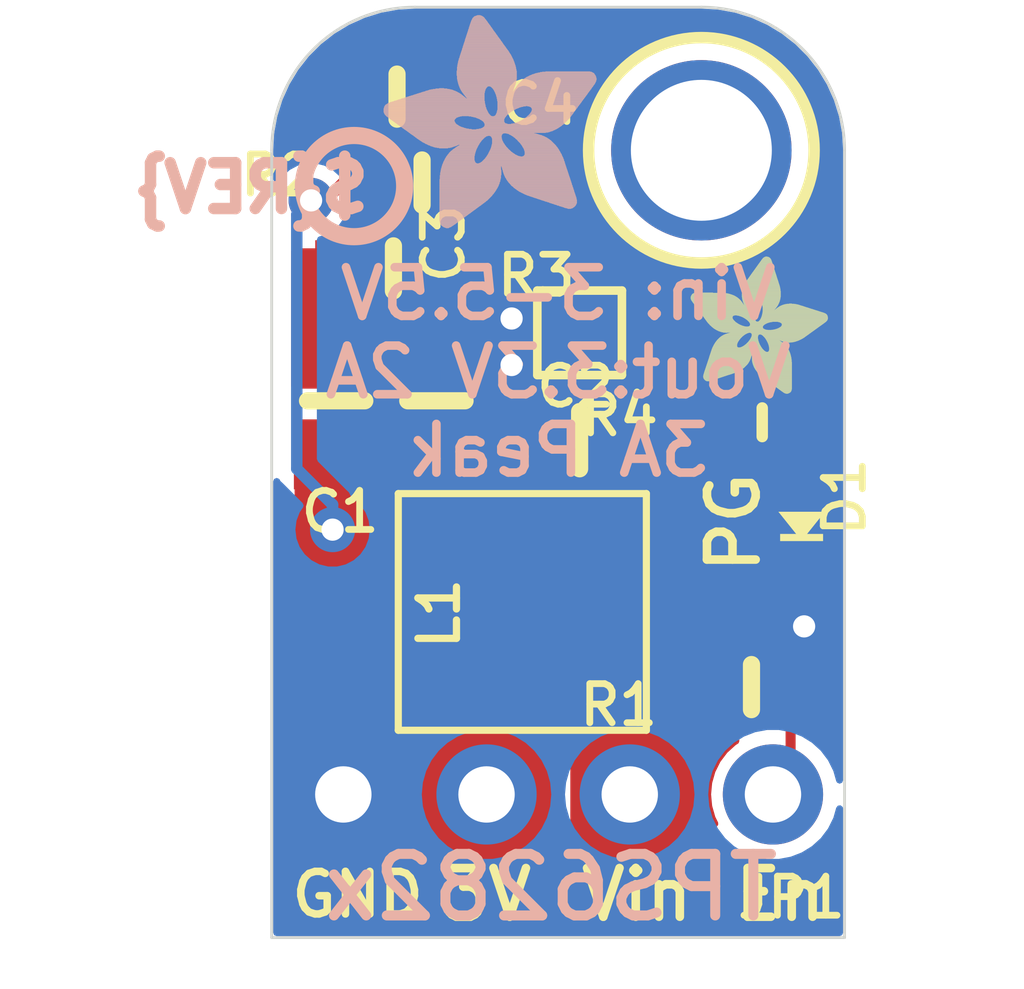
<source format=kicad_pcb>
(kicad_pcb (version 20221018) (generator pcbnew)
  (layers (0 "F.Cu" signal) (31 "B.Cu" signal) (34 "B.Paste" user) (35 "F.Paste" user) (36 "B.SilkS" user "B.Silkscreen") (37 "F.SilkS" user "F.Silkscreen") (38 "B.Mask" user) (39 "F.Mask" user) (44 "Edge.Cuts" user))
  (net 0 "")
  (net 1 "N$1")
  (net 2 "GND")
  (net 3 "3.3V")
  (net 4 "VIN")
  (net 5 "EN")
  (net 6 "FB")
  (net 7 "N$2")
  (footprint "working:0603-NO" (layer "F.Cu") (at 145.6436 98.3361)
    (fp_text reference "C4" (at 1.778 0.127) (layer "F.SilkS") (effects (font (size 0.692831 0.692831) (thickness 0.119969)) (justify left)))
    (fp_text value "120pF")
    (pad "1" smd rect (at -0.85 0) (size 1.075 1) (layers "F.Cu" "F.Paste" "F.Mask") (net 3 "3.3V"))
    (pad "2" smd rect (at 0.85 0) (size 1.075 1) (layers "F.Cu" "F.Paste" "F.Mask") (net 6 "FB"))
  )
  (footprint "working:0603-NO" (layer "F.Cu") (at 151.9301 108.8136)
    (fp_text reference "R1" (at -3.1115 0.3175) (layer "F.SilkS") (effects (font (size 0.692831 0.692831) (thickness 0.119969)) (justify left)))
    (fp_text value "100K")
    (pad "1" smd rect (at -0.85 0) (size 1.075 1) (layers "F.Cu" "F.Paste" "F.Mask") (net 4 "VIN"))
    (pad "2" smd rect (at 0.85 0) (size 1.075 1) (layers "F.Cu" "F.Paste" "F.Mask") (net 5 "EN"))
  )
  (footprint "working:0805-NO" (layer "F.Cu") (at 146.3421 103.7336 90)
    (fp_text reference "C3" (at 2.032 0.127 90) (layer "F.SilkS") (effects (font (size 0.692831 0.692831) (thickness 0.119969)) (justify left)))
    (fp_text value "22uF")
    (pad "1" smd rect (at -0.95 0 90) (size 1.24 1.5) (layers "F.Cu" "F.Paste" "F.Mask") (net 3 "3.3V"))
    (pad "2" smd rect (at 0.95 0 90) (size 1.24 1.5) (layers "F.Cu" "F.Paste" "F.Mask") (net 2 "GND"))
  )
  (footprint "working:0603-NO" (layer "F.Cu") (at 146.0881 99.8601 180)
    (fp_text reference "R2" (at 1.778 0.127) (layer "F.SilkS") (effects (font (size 0.692831 0.692831) (thickness 0.119969)) (justify right)))
    (fp_text value "450K")
    (pad "1" smd rect (at -0.85 0 180) (size 1.075 1) (layers "F.Cu" "F.Paste" "F.Mask") (net 6 "FB"))
    (pad "2" smd rect (at 0.85 0 180) (size 1.075 1) (layers "F.Cu" "F.Paste" "F.Mask") (net 3 "3.3V"))
  )
  (footprint "working:VSON_6" (layer "F.Cu") (at 148.8821 102.5271 -90)
    (fp_text reference "IC2" hide)
    (fp_text value "TPS6282X" hide)
    (pad "P$1" smd roundrect (at -0.65 -0.5 270) (size 0.6 0.25) (layers "F.Cu" "F.Paste" "F.Mask") (net 5 "EN"))
    (pad "P$2" smd roundrect (at -0.65 0 270) (size 0.6 0.25) (layers "F.Cu" "F.Paste" "F.Mask") (net 7 "N$2"))
    (pad "P$3" smd roundrect (at -0.65 0.5 270) (size 0.6 0.25) (layers "F.Cu" "F.Paste" "F.Mask") (net 6 "FB"))
    (pad "P$4" smd roundrect (at 0.45 0.5 90) (size 1 0.2) (layers "F.Cu" "F.Paste" "F.Mask") (net 2 "GND"))
    (pad "P$5" smd roundrect (at 0.45 0 90) (size 1 0.2) (layers "F.Cu" "F.Paste" "F.Mask") (net 1 "N$1"))
    (pad "P$6" smd roundrect (at 0.45 -0.5 90) (size 1 0.2) (layers "F.Cu" "F.Paste" "F.Mask") (net 4 "VIN"))
  )
  (footprint "working:CHIPLED_0603_NOOUTLINE" (layer "F.Cu") (at 152.8191 105.9561 180)
    (fp_text reference "D1" (at -0.762 1.27 90) (layer "F.SilkS") (effects (font (size 0.692831 0.692831) (thickness 0.119969)) (justify right)))
    (fp_text value "green")
    (pad "A" smd rect (at 0 0.75 180) (size 0.8 0.8) (layers "F.Cu" "F.Paste" "F.Mask") (net 7 "N$2"))
    (pad "C" smd rect (at 0 -0.75 180) (size 0.8 0.8) (layers "F.Cu" "F.Paste" "F.Mask") (net 2 "GND"))
  )
  (footprint "working:MOUNTINGHOLE_2.5_PLATED" (layer "F.Cu") (at 151.0411 99.2886)
    (fp_text reference "U$9" hide)
    (fp_text value "MOUNTINGHOLE2.5" hide)
    (pad "P$1" thru_hole circle (at 0 0) (size 3.2 3.2) (drill 2.5) (layers "*.Cu" "*.Mask"))
    (zone (net 0) (net_name "") (layer "F.Cu") (connect_pads (clearance 0)) (min_thickness 0.25)
      (keepout (tracks not_allowed) (vias not_allowed) (pads not_allowed) (copperpour not_allowed) (footprints allowed))
      (fill (thermal_gap 0.5) (thermal_bridge_width 0.5))
      (polygon (pts (xy 153.0571 99.2886) (xy 153.03748 99.008027) (xy 152.979004 98.732915) (xy 152.882808 98.468619) (xy 152.750765 98.220283) (xy 152.585446 97.99274) (xy 152.390067 97.79042) (xy 152.168433 97.61726) (xy 151.924856 97.476631) (xy 151.664078 97.37127) (xy 151.391175 97.303228) (xy 151.111457 97.273828) (xy 150.830371 97.283644) (xy 150.553385 97.332484) (xy 150.285893 97.419397) (xy 150.0331 97.542693) (xy 149.799926 97.69997) (xy 149.590911 97.888169) (xy 149.410122 98.103625) (xy 149.261078 98.342145) (xy 149.14668 98.599087) (xy 149.069154 98.86945) (xy 149.030011 99.147971) (xy 149.030011 99.429229) (xy 149.069154 99.70775) (xy 149.14668 99.978113) (xy 149.261078 100.235055) (xy 149.410122 100.473575) (xy 149.590911 100.689031) (xy 149.799926 100.87723) (xy 150.0331 101.034507) (xy 150.285893 101.157803) (xy 150.553385 101.244716) (xy 150.830371 101.293556) (xy 151.111457 101.303372) (xy 151.391175 101.273972) (xy 151.664078 101.20593) (xy 151.924856 101.100569) (xy 152.168433 100.95994) (xy 152.390067 100.78678) (xy 152.585446 100.58446) (xy 152.750765 100.356917) (xy 152.882808 100.108581) (xy 152.979004 99.844285) (xy 153.03748 99.569173)))
      (polygon (pts (xy 151.0251 99.2886) (xy 151.029786 99.299914) (xy 151.0411 99.3046) (xy 151.052414 99.299914) (xy 151.0571 99.2886) (xy 151.052414 99.277286) (xy 151.0411 99.2726) (xy 151.029786 99.277286)))
    )
    (zone (net 0) (net_name "") (layer "B.Cu") (connect_pads (clearance 0)) (min_thickness 0.25)
      (keepout (tracks not_allowed) (vias not_allowed) (pads not_allowed) (copperpour not_allowed) (footprints allowed))
      (fill (thermal_gap 0.5) (thermal_bridge_width 0.5))
      (polygon (pts (xy 153.0571 99.2886) (xy 153.03748 99.008027) (xy 152.979004 98.732915) (xy 152.882808 98.468619) (xy 152.750765 98.220283) (xy 152.585446 97.99274) (xy 152.390067 97.79042) (xy 152.168433 97.61726) (xy 151.924856 97.476631) (xy 151.664078 97.37127) (xy 151.391175 97.303228) (xy 151.111457 97.273828) (xy 150.830371 97.283644) (xy 150.553385 97.332484) (xy 150.285893 97.419397) (xy 150.0331 97.542693) (xy 149.799926 97.69997) (xy 149.590911 97.888169) (xy 149.410122 98.103625) (xy 149.261078 98.342145) (xy 149.14668 98.599087) (xy 149.069154 98.86945) (xy 149.030011 99.147971) (xy 149.030011 99.429229) (xy 149.069154 99.70775) (xy 149.14668 99.978113) (xy 149.261078 100.235055) (xy 149.410122 100.473575) (xy 149.590911 100.689031) (xy 149.799926 100.87723) (xy 150.0331 101.034507) (xy 150.285893 101.157803) (xy 150.553385 101.244716) (xy 150.830371 101.293556) (xy 151.111457 101.303372) (xy 151.391175 101.273972) (xy 151.664078 101.20593) (xy 151.924856 101.100569) (xy 152.168433 100.95994) (xy 152.390067 100.78678) (xy 152.585446 100.58446) (xy 152.750765 100.356917) (xy 152.882808 100.108581) (xy 152.979004 99.844285) (xy 153.03748 99.569173)))
      (polygon (pts (xy 151.0251 99.2886) (xy 151.029786 99.299914) (xy 151.0411 99.3046) (xy 151.052414 99.299914) (xy 151.0571 99.2886) (xy 151.052414 99.277286) (xy 151.0411 99.2726) (xy 151.029786 99.277286)))
    )
  )
  (footprint "working:INDUCTOR_4X4MM_SRP0415" (layer "F.Cu") (at 147.8661 107.4801 180)
    (fp_text reference "L1" (at 1.478 -0.716 90) (layer "F.SilkS") (effects (font (size 0.684052 0.684052) (thickness 0.128748)) (justify left)))
    (fp_text value "SDER041H-2R2MS")
    (pad "P$1" smd rect (at -1.6 0 180) (size 1.5 2.5) (layers "F.Cu" "F.Paste" "F.Mask") (net 1 "N$1"))
    (pad "P$2" smd rect (at 1.6 0 180) (size 1.5 2.5) (layers "F.Cu" "F.Paste" "F.Mask") (net 3 "3.3V"))
  )
  (footprint "working:0603-NO" (layer "F.Cu") (at 145.5801 101.3841)
    (fp_text reference "R3" (at 1.778 0.127) (layer "F.SilkS") (effects (font (size 0.692831 0.692831) (thickness 0.119969)) (justify left)))
    (fp_text value "100K")
    (pad "1" smd rect (at -0.85 0) (size 1.075 1) (layers "F.Cu" "F.Paste" "F.Mask") (net 2 "GND"))
    (pad "2" smd rect (at 0.85 0) (size 1.075 1) (layers "F.Cu" "F.Paste" "F.Mask") (net 6 "FB"))
  )
  (footprint "working:ADAFRUIT_2.5MM" (layer "F.Cu") (at 150.8506 103.6066)
    (fp_text reference "U$11" hide)
    (fp_text value "" hide)
  )
  (footprint "working:0805-NO" (layer "F.Cu") (at 144.5641 103.7336 90)
    (fp_text reference "C1" (at -1.9685 0.8255) (layer "F.SilkS") (effects (font (size 0.692831 0.692831) (thickness 0.119969)) (justify right)))
    (fp_text value "22uF")
    (pad "1" smd rect (at -0.95 0 90) (size 1.24 1.5) (layers "F.Cu" "F.Paste" "F.Mask") (net 3 "3.3V"))
    (pad "2" smd rect (at 0.95 0 90) (size 1.24 1.5) (layers "F.Cu" "F.Paste" "F.Mask") (net 2 "GND"))
  )
  (footprint "working:_0603MP" (layer "F.Cu") (at 152.1206 104.1146 180)
    (fp_text reference "R4" (at 1.778 0.127) (layer "F.SilkS") (effects (font (size 0.692831 0.692831) (thickness 0.119969)) (justify right)))
    (fp_text value "10k")
    (pad "1" smd rect (at -0.762 0 180) (size 0.8 0.8) (layers "F.Cu" "F.Paste" "F.Mask") (net 7 "N$2"))
    (pad "2" smd rect (at 0.762 0 180) (size 0.8 0.8) (layers "F.Cu" "F.Paste" "F.Mask") (net 4 "VIN"))
  )
  (footprint "working:FIDUCIAL_1MM" (layer "F.Cu") (at 148.1836 97.8916)
    (fp_text reference "FID2" hide)
    (fp_text value "FIDUCIAL_1MM" hide)
    (pad "1" smd roundrect (at 0 0) (size 1 1) (layers "F.Cu" "F.Mask") (roundrect_rratio 0.5))
  )
  (footprint "working:FIDUCIAL_1MM" (layer "F.Cu") (at 144.1831 108.8771)
    (fp_text reference "FID1" hide)
    (fp_text value "FIDUCIAL_1MM" hide)
    (pad "1" smd roundrect (at 0 0) (size 1 1) (layers "F.Cu" "F.Mask") (roundrect_rratio 0.5))
  )
  (footprint "working:1X04_ROUND" (layer "F.Cu") (at 148.5011 110.7186 180)
    (fp_text reference "JP1" (at -5.1562 -1.8288) (layer "F.SilkS") (effects (font (size 0.692831 0.692831) (thickness 0.119969)) (justify right)))
    (fp_text value "")
    (pad "1" thru_hole circle (at -3.81 0 270) (size 1.778 1.778) (drill 1) (layers "*.Cu" "*.Mask") (net 5 "EN"))
    (pad "2" thru_hole circle (at -1.27 0 270) (size 1.778 1.778) (drill 1) (layers "*.Cu" "*.Mask") (net 4 "VIN"))
    (pad "3" thru_hole circle (at 1.27 0 270) (size 1.778 1.778) (drill 1) (layers "*.Cu" "*.Mask") (net 3 "3.3V"))
    (pad "4" thru_hole circle (at 3.81 0 270) (size 1.778 1.778) (drill 1) (layers "*.Cu" "*.Mask") (net 2 "GND"))
  )
  (footprint "working:0805-NO" (layer "F.Cu") (at 148.8821 104.4321 180)
    (fp_text reference "C2" (at 0.8255 0.9525) (layer "F.SilkS") (effects (font (size 0.692831 0.692831) (thickness 0.119969)) (justify left)))
    (fp_text value "22uF")
    (pad "1" smd rect (at -0.95 0 180) (size 1.24 1.5) (layers "F.Cu" "F.Paste" "F.Mask") (net 4 "VIN"))
    (pad "2" smd rect (at 0.95 0 180) (size 1.24 1.5) (layers "F.Cu" "F.Paste" "F.Mask") (net 2 "GND"))
  )
  (footprint "working:ADAFRUIT_3.5MM" (layer "B.Cu") (at 149.1996 100.6856 180)
    (fp_text reference "U$18" hide)
    (fp_text value "" hide)
  )
  (footprint "working:PCBFEAT-REV-040" (layer "B.Cu") (at 144.8816 99.9236 180)
    (fp_text reference "U$10" hide)
    (fp_text value "" hide)
    (fp_text user "${REV}" (at -0.3556 -0.508) (layer "B.SilkS") (effects (font (size 0.8128 0.8128) (thickness 0.2032)) (justify left bottom mirror)))
  )
  (gr_line (start 153.5811 99.2886) (end 153.5811 113.2586) (stroke (width 0.05)) (layer "Edge.Cuts"))
  (gr_arc (start 151.0411 96.7486) (mid 152.837151 97.492549) (end 153.5811 99.2886) (stroke (width 0.05)) (layer "Edge.Cuts"))
  (gr_arc (start 143.4211 99.2886) (mid 144.165049 97.492549) (end 145.9611 96.7486) (stroke (width 0.05)) (layer "Edge.Cuts"))
  (gr_line (start 153.5811 113.2586) (end 143.4211 113.2586) (stroke (width 0.05)) (layer "Edge.Cuts"))
  (gr_line (start 143.4211 113.2586) (end 143.4211 99.2886) (stroke (width 0.05)) (layer "Edge.Cuts"))
  (gr_line (start 145.9611 96.7486) (end 151.0411 96.7486) (stroke (width 0.05)) (layer "Edge.Cuts"))
  (gr_text "Vin: 3-5.5V\nVout:3.3V 2A\n3A Peak" (at 148.5011 103.2256) (layer "B.SilkS") (effects (font (size 0.8636 0.8636) (thickness 0.1524)) (justify mirror)))
  (gr_text "TPS6282x" (at 148.3741 112.3696) (layer "B.SilkS") (effects (font (size 1.0922 1.0922) (thickness 0.1778)) (justify mirror)))
  (gr_text "GND" (at 144.9451 112.4966) (layer "F.SilkS") (effects (font (size 0.75565 0.75565) (thickness 0.13335))))
  (gr_text "3V" (at 147.2311 112.4966) (layer "F.SilkS") (effects (font (size 0.8636 0.8636) (thickness 0.1524))))
  (gr_text "En" (at 152.4381 112.4966) (layer "F.SilkS") (effects (font (size 0.8636 0.8636) (thickness 0.1524))))
  (gr_text "PG" (at 151.6126 105.8926 90) (layer "F.SilkS") (effects (font (size 0.8636 0.8636) (thickness 0.1524))))
  (gr_text "Vin" (at 149.8981 112.4966) (layer "F.SilkS") (effects (font (size 0.8636 0.8636) (thickness 0.1524))))
  (segment (start 149.4661 107.386941) (end 148.8819 105.673257) (width 0.8128) (layer "F.Cu") (net 1))
  (segment (start 148.8819 102.9773) (end 148.8819 105.673257) (width 0.3048) (layer "F.Cu") (net 1))
  (segment (start 149.4661 107.4801) (end 149.4661 107.386941) (width 0.8128) (layer "F.Cu") (net 1))
  (segment (start 148.8821 102.9771) (end 148.8819 102.9773) (width 0.2032) (layer "F.Cu") (net 1))
  (segment (start 152.86355 107.736107) (end 152.8191 107.691657) (width 0.2032) (layer "F.Cu") (net 2))
  (segment (start 152.8191 106.7061) (end 152.8191 107.691657) (width 0.2032) (layer "F.Cu") (net 2))
  (via (at 147.6756 103.0986) (size 0.8001) (drill 0.3937) (layers "F.Cu" "B.Cu") (net 2))
  (via (at 147.6756 102.2731) (size 0.8001) (drill 0.3937) (layers "F.Cu" "B.Cu") (net 2))
  (via (at 152.86355 107.736107) (size 0.8001) (drill 0.3937) (layers "F.Cu" "B.Cu") (net 2))
  (segment (start 144.5006 106.0196) (end 144.5641 106.0196) (width 0.2032) (layer "F.Cu") (net 3))
  (segment (start 144.7936 99.4156) (end 145.2381 99.8601) (width 0.2032) (layer "F.Cu") (net 3))
  (segment (start 144.5641 104.6836) (end 144.5641 106.0196) (width 0.2032) (layer "F.Cu") (net 3))
  (segment (start 145.2381 99.8601) (end 144.6911 99.8601) (width 0.2032) (layer "F.Cu") (net 3))
  (segment (start 144.7936 98.3361) (end 144.7936 99.4156) (width 0.2032) (layer "F.Cu") (net 3))
  (segment (start 144.6911 99.8601) (end 144.3736 100.1776) (width 0.2032) (layer "F.Cu") (net 3))
  (segment (start 144.3736 100.1776) (end 144.1196 100.1776) (width 0.2032) (layer "F.Cu") (net 3))
  (via (at 144.1196 100.1776) (size 0.8001) (drill 0.3937) (layers "F.Cu" "B.Cu") (net 3))
  (via (at 144.5006 106.0196) (size 0.8001) (drill 0.3937) (layers "F.Cu" "B.Cu") (net 3))
  (segment (start 144.1196 100.1776) (end 143.8656 100.4316) (width 0.2032) (layer "B.Cu") (net 3))
  (segment (start 144.5006 105.5751) (end 143.8656 104.9401) (width 0.2032) (layer "B.Cu") (net 3))
  (segment (start 144.5006 105.5751) (end 144.5006 106.0196) (width 0.2032) (layer "B.Cu") (net 3))
  (segment (start 143.8656 100.4316) (end 143.8656 104.9401) (width 0.2032) (layer "B.Cu") (net 3))
  (segment (start 151.260059 103.9241) (end 151.260059 108.332544) (width 0.2032) (layer "F.Cu") (net 4))
  (segment (start 151.093843 108.400219) (end 151.086971 108.6231) (width 0.2032) (layer "F.Cu") (net 4))
  (segment (start 151.093843 108.400219) (end 151.260059 108.332544) (width 0.2032) (layer "F.Cu") (net 4))
  (segment (start 151.491862 103.3621) (end 151.823731 103.3621) (width 0.2032) (layer "F.Cu") (net 5))
  (segment (start 150.197362 102.0676) (end 151.491862 103.3621) (width 0.2032) (layer "F.Cu") (net 5))
  (segment (start 150.197362 102.0676) (end 149.5726 102.0676) (width 0.2032) (layer "F.Cu") (net 5))
  (segment (start 152.6239 108.9698) (end 152.7801 108.8136) (width 0.2032) (layer "F.Cu") (net 5))
  (segment (start 152.1206 108.1541) (end 152.1206 103.658969) (width 0.2032) (layer "F.Cu") (net 5))
  (segment (start 152.3111 110.7186) (end 152.6239 110.4058) (width 0.1778) (layer "F.Cu") (net 5))
  (segment (start 151.823731 103.3621) (end 152.1206 103.658969) (width 0.2032) (layer "F.Cu") (net 5))
  (segment (start 152.6239 109.3216) (end 152.6239 110.4058) (width 0.1778) (layer "F.Cu") (net 5))
  (segment (start 152.6239 109.3216) (end 152.6239 108.9698) (width 0.2032) (layer "F.Cu") (net 5))
  (segment (start 152.7801 108.8136) (end 152.1206 108.1541) (width 0.2032) (layer "F.Cu") (net 5))
  (segment (start 149.3821 101.8771) (end 149.5726 102.0676) (width 0.2032) (layer "F.Cu") (net 5))
  (segment (start 146.4936 99.4156) (end 146.9381 99.8601) (width 0.2032) (layer "F.Cu") (net 6))
  (segment (start 146.4936 98.3361) (end 146.4936 99.4156) (width 0.2032) (layer "F.Cu") (net 6))
  (segment (start 147.8891 101.3841) (end 146.4301 101.3841) (width 0.2032) (layer "F.Cu") (net 6))
  (segment (start 146.4301 101.3841) (end 146.9381 100.8761) (width 0.2032) (layer "F.Cu") (net 6))
  (segment (start 146.9381 99.8601) (end 146.9381 100.8761) (width 0.2032) (layer "F.Cu") (net 6))
  (segment (start 148.3821 101.8771) (end 147.8891 101.3841) (width 0.2032) (layer "F.Cu") (net 6))
  (segment (start 152.8826 104.1146) (end 152.8826 103.7971) (width 0.2032) (layer "F.Cu") (net 7))
  (segment (start 152.8826 103.7971) (end 151.9936 102.9081) (width 0.2032) (layer "F.Cu") (net 7))
  (segment (start 151.6126 102.9081) (end 150.3267 101.6222) (width 0.2032) (layer "F.Cu") (net 7))
  (segment (start 150.0092 101.6222) (end 150.3267 101.6222) (width 0.2032) (layer "F.Cu") (net 7))
  (segment (start 149.6441 101.2571) (end 149.0091 101.2571) (width 0.2032) (layer "F.Cu") (net 7))
  (segment (start 149.0091 101.2571) (end 148.8821 101.3841) (width 0.2032) (layer "F.Cu") (net 7))
  (segment (start 151.9936 102.9081) (end 151.6126 102.9081) (width 0.2032) (layer "F.Cu") (net 7))
  (segment (start 152.8826 105.1426) (end 152.8191 105.2061) (width 0.2032) (layer "F.Cu") (net 7))
  (segment (start 148.8821 101.3841) (end 148.8821 101.8771) (width 0.2032) (layer "F.Cu") (net 7))
  (segment (start 152.8826 104.1146) (end 152.8826 105.1426) (width 0.2032) (layer "F.Cu") (net 7))
  (segment (start 149.6441 101.2571) (end 150.0092 101.6222) (width 0.2032) (layer "F.Cu") (net 7))
  (zone (net 3) (net_name "3.3V") (layer "F.Cu") (priority 6) (connect_pads yes (clearance 0.000001)) (min_thickness 0.1016) (fill yes (thermal_gap 0.5) (thermal_bridge_width 0.5))
    (polygon (pts (xy 147.142196 105.6005) (xy 148.225684 105.6005) (xy 148.4122 105.787016) (xy 148.4122 111.649684) (xy 147.971684 112.0902) (xy 146.363516 112.0902) (xy 145.8595 111.586184) (xy 145.8595 109.744684) (xy 143.8275 107.712684) (xy 143.8275 104.14) (xy 147.142193 104.14)))
  )
  (zone (net 4) (net_name "VIN") (layer "F.Cu") (priority 6) (connect_pads yes (clearance 0.000001)) (min_thickness 0.1016) (fill yes (thermal_gap 0.5) (thermal_bridge_width 0.5))
    (polygon (pts (xy 151.7142 104.072516) (xy 151.7142 110.887684) (xy 150.511684 112.0902) (xy 149.157516 112.0902) (xy 148.717 111.649684) (xy 148.717 110.105016) (xy 149.86 108.962016) (xy 149.86 105.807684) (xy 149.225 105.172684) (xy 149.225 103.712184) (xy 148.971 103.458184) (xy 148.971 102.421516) (xy 149.094016 102.2985) (xy 149.940184 102.2985)))
  )
  (zone (net 2) (net_name "GND") (layer "F.Cu") (priority 6) (connect_pads yes (clearance 0.000001)) (min_thickness 0.1016) (fill yes (thermal_gap 0.5) (thermal_bridge_width 0.5))
    (polygon (pts (xy 145.3642 101.151516) (xy 145.3642 102.167517) (xy 145.431684 102.235) (xy 147.062016 102.235) (xy 147.443016 101.854) (xy 148.289184 101.854) (xy 148.7297 102.294516) (xy 148.7297 105.17268) (xy 148.606686 105.2957) (xy 147.3835 105.2957) (xy 147.3835 103.966184) (xy 146.935016 103.5177) (xy 143.764003 103.5177) (xy 143.764 101.0285) (xy 145.241184 101.0285)))
  )
  (zone (net 2) (net_name "GND") (layer "B.Cu") (priority 6) (connect_pads yes (clearance 0.254)) (min_thickness 0.127) (fill yes (thermal_gap 0.5) (thermal_bridge_width 0.5))
    (polygon (pts (xy 153.7081 113.3856) (xy 143.2941 113.3856) (xy 143.2941 96.6216) (xy 153.7081 96.6216)))
  )
)
</source>
